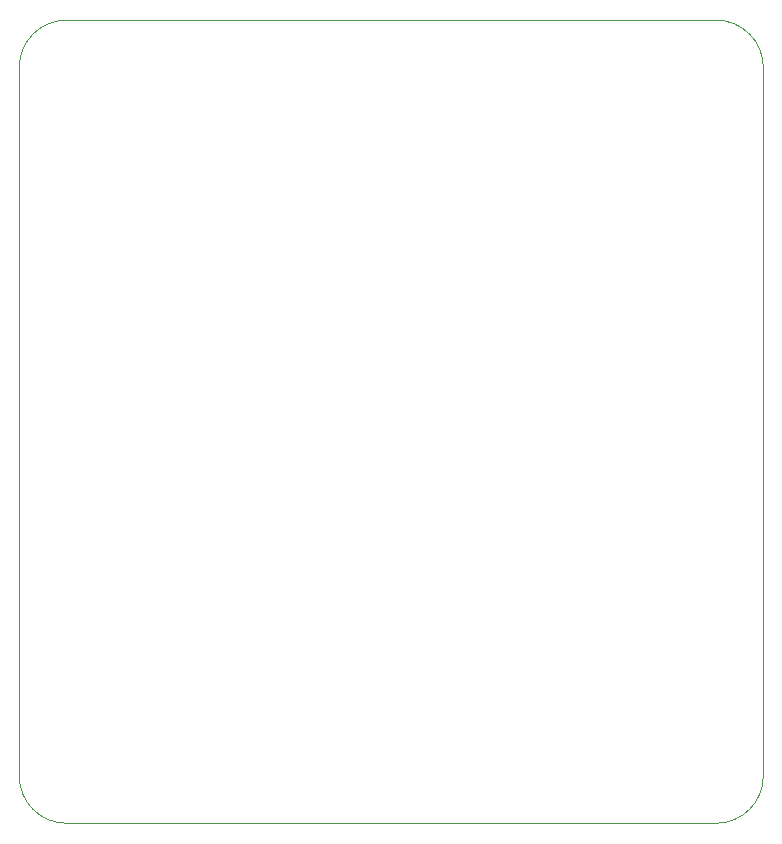
<source format=gbr>
%TF.GenerationSoftware,KiCad,Pcbnew,7.0.7*%
%TF.CreationDate,2024-02-22T09:52:38+01:00*%
%TF.ProjectId,Floppy Soldering station 3.0,466c6f70-7079-4205-936f-6c646572696e,1.0*%
%TF.SameCoordinates,Original*%
%TF.FileFunction,Profile,NP*%
%FSLAX46Y46*%
G04 Gerber Fmt 4.6, Leading zero omitted, Abs format (unit mm)*
G04 Created by KiCad (PCBNEW 7.0.7) date 2024-02-22 09:52:38*
%MOMM*%
%LPD*%
G01*
G04 APERTURE LIST*
%TA.AperFunction,Profile*%
%ADD10C,0.100000*%
%TD*%
G04 APERTURE END LIST*
D10*
X187000000Y-66000000D02*
G75*
G03*
X183000000Y-62000000I-4000000J0D01*
G01*
X183000000Y-130000000D02*
G75*
G03*
X187000000Y-126000000I0J4000000D01*
G01*
X128000000Y-62000000D02*
G75*
G03*
X124000000Y-66000000I0J-4000000D01*
G01*
X187000000Y-126000000D02*
X187000000Y-66000000D01*
X124000000Y-66000000D02*
X124000000Y-126000000D01*
X128000000Y-130000000D02*
X183000000Y-130000000D01*
X183000000Y-62000000D02*
X128000000Y-62000000D01*
X124000000Y-126000000D02*
G75*
G03*
X128000000Y-130000000I4000000J0D01*
G01*
M02*

</source>
